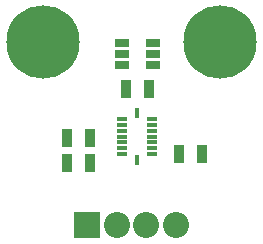
<source format=gts>
G04*
G04 #@! TF.GenerationSoftware,Altium Limited,CircuitStudio,1.5.2 (30)*
G04*
G04 Layer_Color=20142*
%FSLAX25Y25*%
%MOIN*%
G70*
G01*
G75*
%ADD25R,0.03556X0.05918*%
%ADD26R,0.03209X0.01535*%
%ADD27R,0.01535X0.03209*%
%ADD28R,0.04882X0.02913*%
G04:AMPARAMS|DCode=29|XSize=48.82mil|YSize=29.13mil|CornerRadius=8.66mil|HoleSize=0mil|Usage=FLASHONLY|Rotation=0.000|XOffset=0mil|YOffset=0mil|HoleType=Round|Shape=RoundedRectangle|*
%AMROUNDEDRECTD29*
21,1,0.04882,0.01181,0,0,0.0*
21,1,0.03150,0.02913,0,0,0.0*
1,1,0.01732,0.01575,-0.00591*
1,1,0.01732,-0.01575,-0.00591*
1,1,0.01732,-0.01575,0.00591*
1,1,0.01732,0.01575,0.00591*
%
%ADD29ROUNDEDRECTD29*%
%ADD30C,0.08674*%
%ADD31R,0.08674X0.08674*%
%ADD32C,0.24422*%
D25*
X340354Y279528D02*
D03*
X332874D02*
D03*
X350590Y257874D02*
D03*
X358071D02*
D03*
X320669Y255118D02*
D03*
X313189D02*
D03*
X320669Y263386D02*
D03*
X313189D02*
D03*
D26*
X341585Y263779D02*
D03*
Y265748D02*
D03*
Y267717D02*
D03*
Y269685D02*
D03*
Y261811D02*
D03*
Y259842D02*
D03*
Y257874D02*
D03*
X331644D02*
D03*
Y259842D02*
D03*
Y261811D02*
D03*
Y269685D02*
D03*
Y267717D02*
D03*
Y265748D02*
D03*
Y263779D02*
D03*
D27*
X336614Y255856D02*
D03*
Y271703D02*
D03*
D28*
X331496Y295079D02*
D03*
D29*
Y291339D02*
D03*
Y287598D02*
D03*
X341732D02*
D03*
Y291339D02*
D03*
Y295079D02*
D03*
D30*
X349410Y234252D02*
D03*
X339567D02*
D03*
X329724D02*
D03*
D31*
X319882D02*
D03*
D32*
X364173Y295276D02*
D03*
X305118D02*
D03*
M02*

</source>
